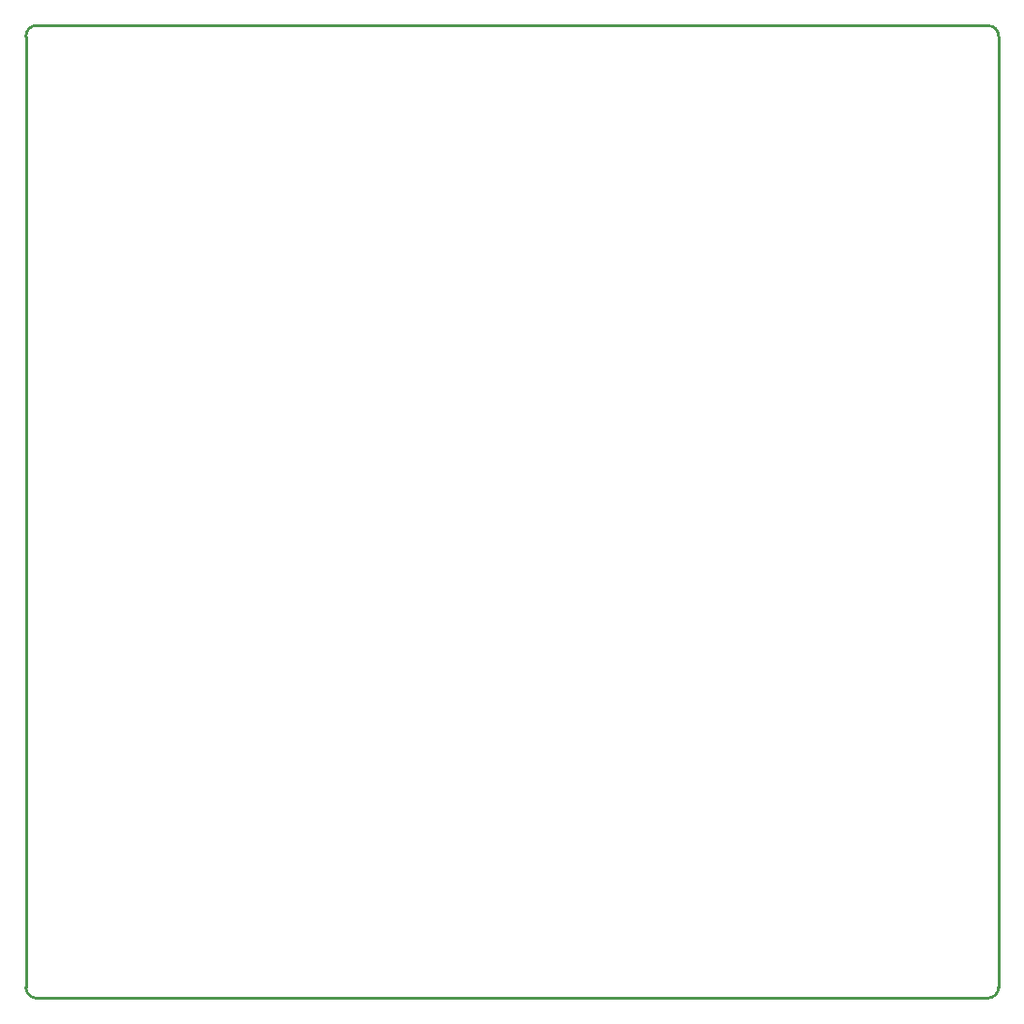
<source format=gm1>
G04*
G04 #@! TF.GenerationSoftware,Altium Limited,Altium Designer,18.1.7 (191)*
G04*
G04 Layer_Color=16711935*
%FSLAX25Y25*%
%MOIN*%
G70*
G01*
G75*
%ADD14C,0.01000*%
D14*
X169291Y-173228D02*
G03*
X173228Y-169291I0J3937D01*
G01*
X-173228Y-169291D02*
G03*
X-169291Y-173228I3937J0D01*
G01*
X173228Y169291D02*
G03*
X169291Y173228I-3937J0D01*
G01*
X-169291Y173228D02*
G03*
X-173228Y169291I0J-3937D01*
G01*
X-173228D02*
X-173228Y-169291D01*
X-169291Y173228D02*
X169291Y173228D01*
X173228Y169291D02*
X173228Y-169291D01*
X-169291Y-173228D02*
X169291D01*
M02*

</source>
